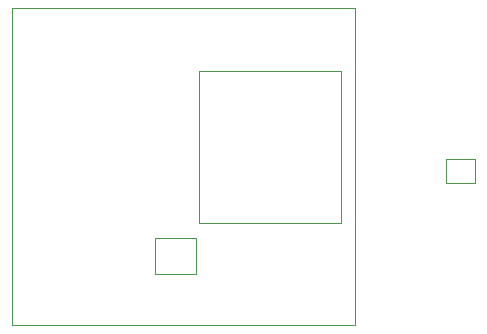
<source format=gbr>
G04*
G04 #@! TF.GenerationSoftware,Altium Limited,Altium Designer,25.8.1 (18)*
G04*
G04 Layer_Color=32896*
%FSLAX25Y25*%
%MOIN*%
G70*
G04*
G04 #@! TF.SameCoordinates,7B14AC28-D965-4A85-B311-1C3B9A759C65*
G04*
G04*
G04 #@! TF.FilePolarity,Positive*
G04*
G01*
G75*
%ADD10C,0.00394*%
%ADD46C,0.00197*%
D10*
X180681Y422803D02*
Y473197D01*
Y422803D02*
X228319D01*
Y473197D01*
X180681D02*
X228319D01*
X166307Y417732D02*
X179693D01*
Y405528D02*
Y417732D01*
X166307Y405528D02*
X179693D01*
X166307D02*
Y417732D01*
X118567Y388512D02*
X232937D01*
Y494220D01*
X118567D02*
X232937D01*
X118567Y388512D02*
Y494220D01*
D46*
X263177Y436063D02*
X272823D01*
X263177D02*
Y443937D01*
X272823D01*
Y436063D02*
Y443937D01*
M02*

</source>
